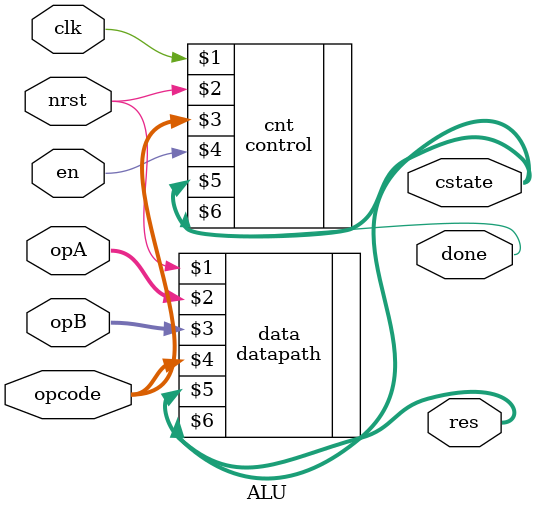
<source format=v>
`timescale 1ns / 1ps
module ALU(
    input clk,
    input nrst,
    input [15:0] opA,
    input [15:0] opB,
    input [1:0] opcode,
    input en,
    output [31:0] res,
    output done,
	 output [4:0] cstate
    );

	//instantiate blocks? use control and datapath
	control cnt(clk, nrst, opcode, en, cstate, done);
	datapath data(nrst, opA, opB, opcode, cstate, res);
	
endmodule

</source>
